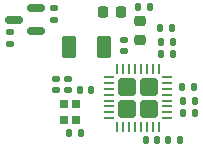
<source format=gbr>
%TF.GenerationSoftware,KiCad,Pcbnew,8.0.6*%
%TF.CreationDate,2025-10-07T13:26:46+02:00*%
%TF.ProjectId,PCB WLED Spec 7,50434220-574c-4454-9420-537065632037,rev?*%
%TF.SameCoordinates,Original*%
%TF.FileFunction,Paste,Bot*%
%TF.FilePolarity,Positive*%
%FSLAX46Y46*%
G04 Gerber Fmt 4.6, Leading zero omitted, Abs format (unit mm)*
G04 Created by KiCad (PCBNEW 8.0.6) date 2025-10-07 13:26:46*
%MOMM*%
%LPD*%
G01*
G04 APERTURE LIST*
G04 Aperture macros list*
%AMRoundRect*
0 Rectangle with rounded corners*
0 $1 Rounding radius*
0 $2 $3 $4 $5 $6 $7 $8 $9 X,Y pos of 4 corners*
0 Add a 4 corners polygon primitive as box body*
4,1,4,$2,$3,$4,$5,$6,$7,$8,$9,$2,$3,0*
0 Add four circle primitives for the rounded corners*
1,1,$1+$1,$2,$3*
1,1,$1+$1,$4,$5*
1,1,$1+$1,$6,$7*
1,1,$1+$1,$8,$9*
0 Add four rect primitives between the rounded corners*
20,1,$1+$1,$2,$3,$4,$5,0*
20,1,$1+$1,$4,$5,$6,$7,0*
20,1,$1+$1,$6,$7,$8,$9,0*
20,1,$1+$1,$8,$9,$2,$3,0*%
G04 Aperture macros list end*
%ADD10RoundRect,0.140000X-0.170000X0.140000X-0.170000X-0.140000X0.170000X-0.140000X0.170000X0.140000X0*%
%ADD11RoundRect,0.218750X0.256250X-0.218750X0.256250X0.218750X-0.256250X0.218750X-0.256250X-0.218750X0*%
%ADD12RoundRect,0.140000X0.170000X-0.140000X0.170000X0.140000X-0.170000X0.140000X-0.170000X-0.140000X0*%
%ADD13RoundRect,0.140000X0.140000X0.170000X-0.140000X0.170000X-0.140000X-0.170000X0.140000X-0.170000X0*%
%ADD14RoundRect,0.135000X-0.135000X-0.185000X0.135000X-0.185000X0.135000X0.185000X-0.135000X0.185000X0*%
%ADD15RoundRect,0.250000X-0.495000X0.495000X-0.495000X-0.495000X0.495000X-0.495000X0.495000X0.495000X0*%
%ADD16RoundRect,0.062500X-0.062500X0.337500X-0.062500X-0.337500X0.062500X-0.337500X0.062500X0.337500X0*%
%ADD17RoundRect,0.062500X-0.337500X0.062500X-0.337500X-0.062500X0.337500X-0.062500X0.337500X0.062500X0*%
%ADD18RoundRect,0.140000X-0.140000X-0.170000X0.140000X-0.170000X0.140000X0.170000X-0.140000X0.170000X0*%
%ADD19RoundRect,0.225000X0.225000X0.250000X-0.225000X0.250000X-0.225000X-0.250000X0.225000X-0.250000X0*%
%ADD20R,0.700000X0.750000*%
%ADD21RoundRect,0.150000X0.450000X0.760000X-0.450000X0.760000X-0.450000X-0.760000X0.450000X-0.760000X0*%
%ADD22RoundRect,0.135000X0.135000X0.185000X-0.135000X0.185000X-0.135000X-0.185000X0.135000X-0.185000X0*%
%ADD23RoundRect,0.135000X0.185000X-0.135000X0.185000X0.135000X-0.185000X0.135000X-0.185000X-0.135000X0*%
%ADD24RoundRect,0.150000X0.587500X0.150000X-0.587500X0.150000X-0.587500X-0.150000X0.587500X-0.150000X0*%
G04 APERTURE END LIST*
D10*
%TO.C,C20*%
X187800000Y-77120000D03*
X187800000Y-78080000D03*
%TD*%
D11*
%TO.C,L1*%
X193970000Y-73840000D03*
X193970000Y-72265000D03*
%TD*%
D12*
%TO.C,C4*%
X192600000Y-74800000D03*
X192600000Y-73840000D03*
%TD*%
D13*
%TO.C,C17*%
X195400000Y-82300000D03*
X194440000Y-82300000D03*
%TD*%
D14*
%TO.C,R6*%
X197590000Y-79000000D03*
X198610000Y-79000000D03*
%TD*%
%TO.C,R5*%
X195600000Y-72800000D03*
X196620000Y-72800000D03*
%TD*%
D10*
%TO.C,C19*%
X186800000Y-77120000D03*
X186800000Y-78080000D03*
%TD*%
D15*
%TO.C,U1*%
X194700000Y-77800000D03*
X192850000Y-77800000D03*
X194700000Y-79650000D03*
X192850000Y-79650000D03*
D16*
X192025000Y-76275000D03*
X192525000Y-76275000D03*
X193025000Y-76275000D03*
X193525000Y-76275000D03*
X194025000Y-76275000D03*
X194525000Y-76275000D03*
X195025000Y-76275000D03*
X195525000Y-76275000D03*
D17*
X196225000Y-76975000D03*
X196225000Y-77475000D03*
X196225000Y-77975000D03*
X196225000Y-78475000D03*
X196225000Y-78975000D03*
X196225000Y-79475000D03*
X196225000Y-79975000D03*
X196225000Y-80475000D03*
D16*
X195525000Y-81175000D03*
X195025000Y-81175000D03*
X194525000Y-81175000D03*
X194025000Y-81175000D03*
X193525000Y-81175000D03*
X193025000Y-81175000D03*
X192525000Y-81175000D03*
X192025000Y-81175000D03*
D17*
X191325000Y-80475000D03*
X191325000Y-79975000D03*
X191325000Y-79475000D03*
X191325000Y-78975000D03*
X191325000Y-78475000D03*
X191325000Y-77975000D03*
X191325000Y-77475000D03*
X191325000Y-76975000D03*
%TD*%
D18*
%TO.C,C21*%
X188912500Y-81712500D03*
X187952500Y-81712500D03*
%TD*%
D19*
%TO.C,C6*%
X192345000Y-71440000D03*
X190795000Y-71440000D03*
%TD*%
D20*
%TO.C,Y1*%
X187527500Y-80647500D03*
X187527500Y-79297500D03*
X188527500Y-79297500D03*
X188527500Y-80647500D03*
%TD*%
D13*
%TO.C,C22*%
X189780000Y-78100000D03*
X188820000Y-78100000D03*
%TD*%
D18*
%TO.C,C7*%
X197520000Y-77800000D03*
X198480000Y-77800000D03*
%TD*%
D21*
%TO.C,AE1*%
X190860000Y-74400000D03*
X187940000Y-74400000D03*
%TD*%
D18*
%TO.C,C5*%
X193790000Y-71040000D03*
X194750000Y-71040000D03*
%TD*%
D22*
%TO.C,R7*%
X198610000Y-80000000D03*
X197590000Y-80000000D03*
%TD*%
D23*
%TO.C,R13*%
X182900000Y-74210000D03*
X182900000Y-73190000D03*
%TD*%
D18*
%TO.C,C3*%
X195730000Y-75010000D03*
X196690000Y-75010000D03*
%TD*%
D22*
%TO.C,R8*%
X196710000Y-74000000D03*
X195690000Y-74000000D03*
%TD*%
D18*
%TO.C,C18*%
X196340000Y-82300000D03*
X197300000Y-82300000D03*
%TD*%
D23*
%TO.C,R12*%
X186640000Y-72140000D03*
X186640000Y-71120000D03*
%TD*%
D24*
%TO.C,Q1*%
X185100000Y-71170000D03*
X185100000Y-73070000D03*
X183225000Y-72120000D03*
%TD*%
M02*

</source>
